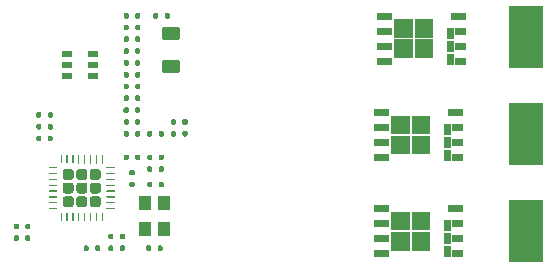
<source format=gtp>
G04 #@! TF.GenerationSoftware,KiCad,Pcbnew,5.1.6*
G04 #@! TF.CreationDate,2020-08-22T22:11:44-04:00*
G04 #@! TF.ProjectId,bldc-controller,626c6463-2d63-46f6-9e74-726f6c6c6572,rev?*
G04 #@! TF.SameCoordinates,Original*
G04 #@! TF.FileFunction,Paste,Top*
G04 #@! TF.FilePolarity,Positive*
%FSLAX46Y46*%
G04 Gerber Fmt 4.6, Leading zero omitted, Abs format (unit mm)*
G04 Created by KiCad (PCBNEW 5.1.6) date 2020-08-22 22:11:44*
%MOMM*%
%LPD*%
G01*
G04 APERTURE LIST*
%ADD10C,0.100000*%
%ADD11R,2.847600X5.247600*%
%ADD12R,0.907600X0.497600*%
%ADD13R,0.997600X1.247600*%
G04 APERTURE END LIST*
D10*
G36*
X64386000Y-122105000D02*
G01*
X65586000Y-122105000D01*
X65586000Y-121605000D01*
X64386000Y-121605000D01*
X64386000Y-122105000D01*
G37*
X64386000Y-122105000D02*
X65586000Y-122105000D01*
X65586000Y-121605000D01*
X64386000Y-121605000D01*
X64386000Y-122105000D01*
G36*
X64386000Y-120835000D02*
G01*
X65586000Y-120835000D01*
X65586000Y-120335000D01*
X64386000Y-120335000D01*
X64386000Y-120835000D01*
G37*
X64386000Y-120835000D02*
X65586000Y-120835000D01*
X65586000Y-120335000D01*
X64386000Y-120335000D01*
X64386000Y-120835000D01*
G36*
X64386000Y-119565000D02*
G01*
X65586000Y-119565000D01*
X65586000Y-119065000D01*
X64386000Y-119065000D01*
X64386000Y-119565000D01*
G37*
X64386000Y-119565000D02*
X65586000Y-119565000D01*
X65586000Y-119065000D01*
X64386000Y-119065000D01*
X64386000Y-119565000D01*
G36*
X64386000Y-118295000D02*
G01*
X65586000Y-118295000D01*
X65586000Y-117795000D01*
X64386000Y-117795000D01*
X64386000Y-118295000D01*
G37*
X64386000Y-118295000D02*
X65586000Y-118295000D01*
X65586000Y-117795000D01*
X64386000Y-117795000D01*
X64386000Y-118295000D01*
G36*
X70626000Y-118295000D02*
G01*
X71826000Y-118295000D01*
X71826000Y-117795000D01*
X70626000Y-117795000D01*
X70626000Y-118295000D01*
G37*
X70626000Y-118295000D02*
X71826000Y-118295000D01*
X71826000Y-117795000D01*
X70626000Y-117795000D01*
X70626000Y-118295000D01*
G36*
X70356000Y-121015000D02*
G01*
X70856000Y-121015000D01*
X70856000Y-120165000D01*
X70356000Y-120165000D01*
X70356000Y-121015000D01*
G37*
X70356000Y-121015000D02*
X70856000Y-121015000D01*
X70856000Y-120165000D01*
X70356000Y-120165000D01*
X70356000Y-121015000D01*
G36*
X70356000Y-119915000D02*
G01*
X70856000Y-119915000D01*
X70856000Y-119065000D01*
X70356000Y-119065000D01*
X70356000Y-119915000D01*
G37*
X70356000Y-119915000D02*
X70856000Y-119915000D01*
X70856000Y-119065000D01*
X70356000Y-119065000D01*
X70356000Y-119915000D01*
G36*
X70356000Y-122115000D02*
G01*
X70856000Y-122115000D01*
X70856000Y-121265000D01*
X70356000Y-121265000D01*
X70356000Y-122115000D01*
G37*
X70356000Y-122115000D02*
X70856000Y-122115000D01*
X70856000Y-121265000D01*
X70356000Y-121265000D01*
X70356000Y-122115000D01*
G36*
X70976000Y-119565000D02*
G01*
X71826000Y-119565000D01*
X71826000Y-119065000D01*
X70976000Y-119065000D01*
X70976000Y-119565000D01*
G37*
X70976000Y-119565000D02*
X71826000Y-119565000D01*
X71826000Y-119065000D01*
X70976000Y-119065000D01*
X70976000Y-119565000D01*
G36*
X70976000Y-120835000D02*
G01*
X71826000Y-120835000D01*
X71826000Y-120335000D01*
X70976000Y-120335000D01*
X70976000Y-120835000D01*
G37*
X70976000Y-120835000D02*
X71826000Y-120835000D01*
X71826000Y-120335000D01*
X70976000Y-120335000D01*
X70976000Y-120835000D01*
G36*
X70976000Y-122105000D02*
G01*
X71826000Y-122105000D01*
X71826000Y-121605000D01*
X70976000Y-121605000D01*
X70976000Y-122105000D01*
G37*
X70976000Y-122105000D02*
X71826000Y-122105000D01*
X71826000Y-121605000D01*
X70976000Y-121605000D01*
X70976000Y-122105000D01*
G36*
X67566000Y-119850000D02*
G01*
X69066000Y-119850000D01*
X69066000Y-118350000D01*
X67566000Y-118350000D01*
X67566000Y-119850000D01*
G37*
X67566000Y-119850000D02*
X69066000Y-119850000D01*
X69066000Y-118350000D01*
X67566000Y-118350000D01*
X67566000Y-119850000D01*
G36*
X67566000Y-121550000D02*
G01*
X69066000Y-121550000D01*
X69066000Y-120050000D01*
X67566000Y-120050000D01*
X67566000Y-121550000D01*
G37*
X67566000Y-121550000D02*
X69066000Y-121550000D01*
X69066000Y-120050000D01*
X67566000Y-120050000D01*
X67566000Y-121550000D01*
G36*
X65866000Y-121550000D02*
G01*
X67366000Y-121550000D01*
X67366000Y-120050000D01*
X65866000Y-120050000D01*
X65866000Y-121550000D01*
G37*
X65866000Y-121550000D02*
X67366000Y-121550000D01*
X67366000Y-120050000D01*
X65866000Y-120050000D01*
X65866000Y-121550000D01*
G36*
X65866000Y-119850000D02*
G01*
X67366000Y-119850000D01*
X67366000Y-118350000D01*
X65866000Y-118350000D01*
X65866000Y-119850000D01*
G37*
X65866000Y-119850000D02*
X67366000Y-119850000D01*
X67366000Y-118350000D01*
X65866000Y-118350000D01*
X65866000Y-119850000D01*
G36*
X64386000Y-113967000D02*
G01*
X65586000Y-113967000D01*
X65586000Y-113467000D01*
X64386000Y-113467000D01*
X64386000Y-113967000D01*
G37*
X64386000Y-113967000D02*
X65586000Y-113967000D01*
X65586000Y-113467000D01*
X64386000Y-113467000D01*
X64386000Y-113967000D01*
G36*
X64386000Y-112697000D02*
G01*
X65586000Y-112697000D01*
X65586000Y-112197000D01*
X64386000Y-112197000D01*
X64386000Y-112697000D01*
G37*
X64386000Y-112697000D02*
X65586000Y-112697000D01*
X65586000Y-112197000D01*
X64386000Y-112197000D01*
X64386000Y-112697000D01*
G36*
X64386000Y-111427000D02*
G01*
X65586000Y-111427000D01*
X65586000Y-110927000D01*
X64386000Y-110927000D01*
X64386000Y-111427000D01*
G37*
X64386000Y-111427000D02*
X65586000Y-111427000D01*
X65586000Y-110927000D01*
X64386000Y-110927000D01*
X64386000Y-111427000D01*
G36*
X64386000Y-110157000D02*
G01*
X65586000Y-110157000D01*
X65586000Y-109657000D01*
X64386000Y-109657000D01*
X64386000Y-110157000D01*
G37*
X64386000Y-110157000D02*
X65586000Y-110157000D01*
X65586000Y-109657000D01*
X64386000Y-109657000D01*
X64386000Y-110157000D01*
G36*
X70626000Y-110157000D02*
G01*
X71826000Y-110157000D01*
X71826000Y-109657000D01*
X70626000Y-109657000D01*
X70626000Y-110157000D01*
G37*
X70626000Y-110157000D02*
X71826000Y-110157000D01*
X71826000Y-109657000D01*
X70626000Y-109657000D01*
X70626000Y-110157000D01*
G36*
X70356000Y-112877000D02*
G01*
X70856000Y-112877000D01*
X70856000Y-112027000D01*
X70356000Y-112027000D01*
X70356000Y-112877000D01*
G37*
X70356000Y-112877000D02*
X70856000Y-112877000D01*
X70856000Y-112027000D01*
X70356000Y-112027000D01*
X70356000Y-112877000D01*
G36*
X70356000Y-111777000D02*
G01*
X70856000Y-111777000D01*
X70856000Y-110927000D01*
X70356000Y-110927000D01*
X70356000Y-111777000D01*
G37*
X70356000Y-111777000D02*
X70856000Y-111777000D01*
X70856000Y-110927000D01*
X70356000Y-110927000D01*
X70356000Y-111777000D01*
G36*
X70356000Y-113977000D02*
G01*
X70856000Y-113977000D01*
X70856000Y-113127000D01*
X70356000Y-113127000D01*
X70356000Y-113977000D01*
G37*
X70356000Y-113977000D02*
X70856000Y-113977000D01*
X70856000Y-113127000D01*
X70356000Y-113127000D01*
X70356000Y-113977000D01*
G36*
X70976000Y-111427000D02*
G01*
X71826000Y-111427000D01*
X71826000Y-110927000D01*
X70976000Y-110927000D01*
X70976000Y-111427000D01*
G37*
X70976000Y-111427000D02*
X71826000Y-111427000D01*
X71826000Y-110927000D01*
X70976000Y-110927000D01*
X70976000Y-111427000D01*
G36*
X70976000Y-112697000D02*
G01*
X71826000Y-112697000D01*
X71826000Y-112197000D01*
X70976000Y-112197000D01*
X70976000Y-112697000D01*
G37*
X70976000Y-112697000D02*
X71826000Y-112697000D01*
X71826000Y-112197000D01*
X70976000Y-112197000D01*
X70976000Y-112697000D01*
G36*
X70976000Y-113967000D02*
G01*
X71826000Y-113967000D01*
X71826000Y-113467000D01*
X70976000Y-113467000D01*
X70976000Y-113967000D01*
G37*
X70976000Y-113967000D02*
X71826000Y-113967000D01*
X71826000Y-113467000D01*
X70976000Y-113467000D01*
X70976000Y-113967000D01*
G36*
X67566000Y-111712000D02*
G01*
X69066000Y-111712000D01*
X69066000Y-110212000D01*
X67566000Y-110212000D01*
X67566000Y-111712000D01*
G37*
X67566000Y-111712000D02*
X69066000Y-111712000D01*
X69066000Y-110212000D01*
X67566000Y-110212000D01*
X67566000Y-111712000D01*
G36*
X67566000Y-113412000D02*
G01*
X69066000Y-113412000D01*
X69066000Y-111912000D01*
X67566000Y-111912000D01*
X67566000Y-113412000D01*
G37*
X67566000Y-113412000D02*
X69066000Y-113412000D01*
X69066000Y-111912000D01*
X67566000Y-111912000D01*
X67566000Y-113412000D01*
G36*
X65866000Y-113412000D02*
G01*
X67366000Y-113412000D01*
X67366000Y-111912000D01*
X65866000Y-111912000D01*
X65866000Y-113412000D01*
G37*
X65866000Y-113412000D02*
X67366000Y-113412000D01*
X67366000Y-111912000D01*
X65866000Y-111912000D01*
X65866000Y-113412000D01*
G36*
X65866000Y-111712000D02*
G01*
X67366000Y-111712000D01*
X67366000Y-110212000D01*
X65866000Y-110212000D01*
X65866000Y-111712000D01*
G37*
X65866000Y-111712000D02*
X67366000Y-111712000D01*
X67366000Y-110212000D01*
X65866000Y-110212000D01*
X65866000Y-111712000D01*
G36*
X64640000Y-105805000D02*
G01*
X65840000Y-105805000D01*
X65840000Y-105305000D01*
X64640000Y-105305000D01*
X64640000Y-105805000D01*
G37*
X64640000Y-105805000D02*
X65840000Y-105805000D01*
X65840000Y-105305000D01*
X64640000Y-105305000D01*
X64640000Y-105805000D01*
G36*
X64640000Y-104535000D02*
G01*
X65840000Y-104535000D01*
X65840000Y-104035000D01*
X64640000Y-104035000D01*
X64640000Y-104535000D01*
G37*
X64640000Y-104535000D02*
X65840000Y-104535000D01*
X65840000Y-104035000D01*
X64640000Y-104035000D01*
X64640000Y-104535000D01*
G36*
X64640000Y-103265000D02*
G01*
X65840000Y-103265000D01*
X65840000Y-102765000D01*
X64640000Y-102765000D01*
X64640000Y-103265000D01*
G37*
X64640000Y-103265000D02*
X65840000Y-103265000D01*
X65840000Y-102765000D01*
X64640000Y-102765000D01*
X64640000Y-103265000D01*
G36*
X64640000Y-101995000D02*
G01*
X65840000Y-101995000D01*
X65840000Y-101495000D01*
X64640000Y-101495000D01*
X64640000Y-101995000D01*
G37*
X64640000Y-101995000D02*
X65840000Y-101995000D01*
X65840000Y-101495000D01*
X64640000Y-101495000D01*
X64640000Y-101995000D01*
G36*
X70880000Y-101995000D02*
G01*
X72080000Y-101995000D01*
X72080000Y-101495000D01*
X70880000Y-101495000D01*
X70880000Y-101995000D01*
G37*
X70880000Y-101995000D02*
X72080000Y-101995000D01*
X72080000Y-101495000D01*
X70880000Y-101495000D01*
X70880000Y-101995000D01*
G36*
X70610000Y-104715000D02*
G01*
X71110000Y-104715000D01*
X71110000Y-103865000D01*
X70610000Y-103865000D01*
X70610000Y-104715000D01*
G37*
X70610000Y-104715000D02*
X71110000Y-104715000D01*
X71110000Y-103865000D01*
X70610000Y-103865000D01*
X70610000Y-104715000D01*
G36*
X70610000Y-103615000D02*
G01*
X71110000Y-103615000D01*
X71110000Y-102765000D01*
X70610000Y-102765000D01*
X70610000Y-103615000D01*
G37*
X70610000Y-103615000D02*
X71110000Y-103615000D01*
X71110000Y-102765000D01*
X70610000Y-102765000D01*
X70610000Y-103615000D01*
G36*
X70610000Y-105815000D02*
G01*
X71110000Y-105815000D01*
X71110000Y-104965000D01*
X70610000Y-104965000D01*
X70610000Y-105815000D01*
G37*
X70610000Y-105815000D02*
X71110000Y-105815000D01*
X71110000Y-104965000D01*
X70610000Y-104965000D01*
X70610000Y-105815000D01*
G36*
X71230000Y-103265000D02*
G01*
X72080000Y-103265000D01*
X72080000Y-102765000D01*
X71230000Y-102765000D01*
X71230000Y-103265000D01*
G37*
X71230000Y-103265000D02*
X72080000Y-103265000D01*
X72080000Y-102765000D01*
X71230000Y-102765000D01*
X71230000Y-103265000D01*
G36*
X71230000Y-104535000D02*
G01*
X72080000Y-104535000D01*
X72080000Y-104035000D01*
X71230000Y-104035000D01*
X71230000Y-104535000D01*
G37*
X71230000Y-104535000D02*
X72080000Y-104535000D01*
X72080000Y-104035000D01*
X71230000Y-104035000D01*
X71230000Y-104535000D01*
G36*
X71230000Y-105805000D02*
G01*
X72080000Y-105805000D01*
X72080000Y-105305000D01*
X71230000Y-105305000D01*
X71230000Y-105805000D01*
G37*
X71230000Y-105805000D02*
X72080000Y-105805000D01*
X72080000Y-105305000D01*
X71230000Y-105305000D01*
X71230000Y-105805000D01*
G36*
X67820000Y-103550000D02*
G01*
X69320000Y-103550000D01*
X69320000Y-102050000D01*
X67820000Y-102050000D01*
X67820000Y-103550000D01*
G37*
X67820000Y-103550000D02*
X69320000Y-103550000D01*
X69320000Y-102050000D01*
X67820000Y-102050000D01*
X67820000Y-103550000D01*
G36*
X67820000Y-105250000D02*
G01*
X69320000Y-105250000D01*
X69320000Y-103750000D01*
X67820000Y-103750000D01*
X67820000Y-105250000D01*
G37*
X67820000Y-105250000D02*
X69320000Y-105250000D01*
X69320000Y-103750000D01*
X67820000Y-103750000D01*
X67820000Y-105250000D01*
G36*
X66120000Y-105250000D02*
G01*
X67620000Y-105250000D01*
X67620000Y-103750000D01*
X66120000Y-103750000D01*
X66120000Y-105250000D01*
G37*
X66120000Y-105250000D02*
X67620000Y-105250000D01*
X67620000Y-103750000D01*
X66120000Y-103750000D01*
X66120000Y-105250000D01*
G36*
X66120000Y-103550000D02*
G01*
X67620000Y-103550000D01*
X67620000Y-102050000D01*
X66120000Y-102050000D01*
X66120000Y-103550000D01*
G37*
X66120000Y-103550000D02*
X67620000Y-103550000D01*
X67620000Y-102050000D01*
X66120000Y-102050000D01*
X66120000Y-103550000D01*
G36*
G01*
X34333800Y-120465600D02*
X34333800Y-120734400D01*
G75*
G02*
X34224400Y-120843800I-109400J0D01*
G01*
X34005600Y-120843800D01*
G75*
G02*
X33896200Y-120734400I0J109400D01*
G01*
X33896200Y-120465600D01*
G75*
G02*
X34005600Y-120356200I109400J0D01*
G01*
X34224400Y-120356200D01*
G75*
G02*
X34333800Y-120465600I0J-109400D01*
G01*
G37*
G36*
G01*
X35303800Y-120465600D02*
X35303800Y-120734400D01*
G75*
G02*
X35194400Y-120843800I-109400J0D01*
G01*
X34975600Y-120843800D01*
G75*
G02*
X34866200Y-120734400I0J109400D01*
G01*
X34866200Y-120465600D01*
G75*
G02*
X34975600Y-120356200I109400J0D01*
G01*
X35194400Y-120356200D01*
G75*
G02*
X35303800Y-120465600I0J-109400D01*
G01*
G37*
G36*
G01*
X34333800Y-119465600D02*
X34333800Y-119734400D01*
G75*
G02*
X34224400Y-119843800I-109400J0D01*
G01*
X34005600Y-119843800D01*
G75*
G02*
X33896200Y-119734400I0J109400D01*
G01*
X33896200Y-119465600D01*
G75*
G02*
X34005600Y-119356200I109400J0D01*
G01*
X34224400Y-119356200D01*
G75*
G02*
X34333800Y-119465600I0J-109400D01*
G01*
G37*
G36*
G01*
X35303800Y-119465600D02*
X35303800Y-119734400D01*
G75*
G02*
X35194400Y-119843800I-109400J0D01*
G01*
X34975600Y-119843800D01*
G75*
G02*
X34866200Y-119734400I0J109400D01*
G01*
X34866200Y-119465600D01*
G75*
G02*
X34975600Y-119356200I109400J0D01*
G01*
X35194400Y-119356200D01*
G75*
G02*
X35303800Y-119465600I0J-109400D01*
G01*
G37*
D11*
X77250000Y-119950000D03*
X77250000Y-103550000D03*
X77250000Y-111750000D03*
G36*
G01*
X47633800Y-110615600D02*
X47633800Y-110884400D01*
G75*
G02*
X47524400Y-110993800I-109400J0D01*
G01*
X47305600Y-110993800D01*
G75*
G02*
X47196200Y-110884400I0J109400D01*
G01*
X47196200Y-110615600D01*
G75*
G02*
X47305600Y-110506200I109400J0D01*
G01*
X47524400Y-110506200D01*
G75*
G02*
X47633800Y-110615600I0J-109400D01*
G01*
G37*
G36*
G01*
X48603800Y-110615600D02*
X48603800Y-110884400D01*
G75*
G02*
X48494400Y-110993800I-109400J0D01*
G01*
X48275600Y-110993800D01*
G75*
G02*
X48166200Y-110884400I0J109400D01*
G01*
X48166200Y-110615600D01*
G75*
G02*
X48275600Y-110506200I109400J0D01*
G01*
X48494400Y-110506200D01*
G75*
G02*
X48603800Y-110615600I0J-109400D01*
G01*
G37*
D12*
X40600000Y-105950000D03*
X40600000Y-105000000D03*
X40600000Y-106900000D03*
X38400000Y-106900000D03*
X38400000Y-105950000D03*
X38400000Y-105000000D03*
G36*
G01*
X44166200Y-105884400D02*
X44166200Y-105615600D01*
G75*
G02*
X44275600Y-105506200I109400J0D01*
G01*
X44494400Y-105506200D01*
G75*
G02*
X44603800Y-105615600I0J-109400D01*
G01*
X44603800Y-105884400D01*
G75*
G02*
X44494400Y-105993800I-109400J0D01*
G01*
X44275600Y-105993800D01*
G75*
G02*
X44166200Y-105884400I0J109400D01*
G01*
G37*
G36*
G01*
X43196200Y-105884400D02*
X43196200Y-105615600D01*
G75*
G02*
X43305600Y-105506200I109400J0D01*
G01*
X43524400Y-105506200D01*
G75*
G02*
X43633800Y-105615600I0J-109400D01*
G01*
X43633800Y-105884400D01*
G75*
G02*
X43524400Y-105993800I-109400J0D01*
G01*
X43305600Y-105993800D01*
G75*
G02*
X43196200Y-105884400I0J109400D01*
G01*
G37*
G36*
G01*
X43633800Y-104615600D02*
X43633800Y-104884400D01*
G75*
G02*
X43524400Y-104993800I-109400J0D01*
G01*
X43305600Y-104993800D01*
G75*
G02*
X43196200Y-104884400I0J109400D01*
G01*
X43196200Y-104615600D01*
G75*
G02*
X43305600Y-104506200I109400J0D01*
G01*
X43524400Y-104506200D01*
G75*
G02*
X43633800Y-104615600I0J-109400D01*
G01*
G37*
G36*
G01*
X44603800Y-104615600D02*
X44603800Y-104884400D01*
G75*
G02*
X44494400Y-104993800I-109400J0D01*
G01*
X44275600Y-104993800D01*
G75*
G02*
X44166200Y-104884400I0J109400D01*
G01*
X44166200Y-104615600D01*
G75*
G02*
X44275600Y-104506200I109400J0D01*
G01*
X44494400Y-104506200D01*
G75*
G02*
X44603800Y-104615600I0J-109400D01*
G01*
G37*
G36*
G01*
X44166200Y-108884400D02*
X44166200Y-108615600D01*
G75*
G02*
X44275600Y-108506200I109400J0D01*
G01*
X44494400Y-108506200D01*
G75*
G02*
X44603800Y-108615600I0J-109400D01*
G01*
X44603800Y-108884400D01*
G75*
G02*
X44494400Y-108993800I-109400J0D01*
G01*
X44275600Y-108993800D01*
G75*
G02*
X44166200Y-108884400I0J109400D01*
G01*
G37*
G36*
G01*
X43196200Y-108884400D02*
X43196200Y-108615600D01*
G75*
G02*
X43305600Y-108506200I109400J0D01*
G01*
X43524400Y-108506200D01*
G75*
G02*
X43633800Y-108615600I0J-109400D01*
G01*
X43633800Y-108884400D01*
G75*
G02*
X43524400Y-108993800I-109400J0D01*
G01*
X43305600Y-108993800D01*
G75*
G02*
X43196200Y-108884400I0J109400D01*
G01*
G37*
G36*
G01*
X43633800Y-107615600D02*
X43633800Y-107884400D01*
G75*
G02*
X43524400Y-107993800I-109400J0D01*
G01*
X43305600Y-107993800D01*
G75*
G02*
X43196200Y-107884400I0J109400D01*
G01*
X43196200Y-107615600D01*
G75*
G02*
X43305600Y-107506200I109400J0D01*
G01*
X43524400Y-107506200D01*
G75*
G02*
X43633800Y-107615600I0J-109400D01*
G01*
G37*
G36*
G01*
X44603800Y-107615600D02*
X44603800Y-107884400D01*
G75*
G02*
X44494400Y-107993800I-109400J0D01*
G01*
X44275600Y-107993800D01*
G75*
G02*
X44166200Y-107884400I0J109400D01*
G01*
X44166200Y-107615600D01*
G75*
G02*
X44275600Y-107506200I109400J0D01*
G01*
X44494400Y-107506200D01*
G75*
G02*
X44603800Y-107615600I0J-109400D01*
G01*
G37*
G36*
G01*
X44166200Y-102884400D02*
X44166200Y-102615600D01*
G75*
G02*
X44275600Y-102506200I109400J0D01*
G01*
X44494400Y-102506200D01*
G75*
G02*
X44603800Y-102615600I0J-109400D01*
G01*
X44603800Y-102884400D01*
G75*
G02*
X44494400Y-102993800I-109400J0D01*
G01*
X44275600Y-102993800D01*
G75*
G02*
X44166200Y-102884400I0J109400D01*
G01*
G37*
G36*
G01*
X43196200Y-102884400D02*
X43196200Y-102615600D01*
G75*
G02*
X43305600Y-102506200I109400J0D01*
G01*
X43524400Y-102506200D01*
G75*
G02*
X43633800Y-102615600I0J-109400D01*
G01*
X43633800Y-102884400D01*
G75*
G02*
X43524400Y-102993800I-109400J0D01*
G01*
X43305600Y-102993800D01*
G75*
G02*
X43196200Y-102884400I0J109400D01*
G01*
G37*
G36*
G01*
X43633800Y-101615600D02*
X43633800Y-101884400D01*
G75*
G02*
X43524400Y-101993800I-109400J0D01*
G01*
X43305600Y-101993800D01*
G75*
G02*
X43196200Y-101884400I0J109400D01*
G01*
X43196200Y-101615600D01*
G75*
G02*
X43305600Y-101506200I109400J0D01*
G01*
X43524400Y-101506200D01*
G75*
G02*
X43633800Y-101615600I0J-109400D01*
G01*
G37*
G36*
G01*
X44603800Y-101615600D02*
X44603800Y-101884400D01*
G75*
G02*
X44494400Y-101993800I-109400J0D01*
G01*
X44275600Y-101993800D01*
G75*
G02*
X44166200Y-101884400I0J109400D01*
G01*
X44166200Y-101615600D01*
G75*
G02*
X44275600Y-101506200I109400J0D01*
G01*
X44494400Y-101506200D01*
G75*
G02*
X44603800Y-101615600I0J-109400D01*
G01*
G37*
G36*
G01*
X43633800Y-113615600D02*
X43633800Y-113884400D01*
G75*
G02*
X43524400Y-113993800I-109400J0D01*
G01*
X43305600Y-113993800D01*
G75*
G02*
X43196200Y-113884400I0J109400D01*
G01*
X43196200Y-113615600D01*
G75*
G02*
X43305600Y-113506200I109400J0D01*
G01*
X43524400Y-113506200D01*
G75*
G02*
X43633800Y-113615600I0J-109400D01*
G01*
G37*
G36*
G01*
X44603800Y-113615600D02*
X44603800Y-113884400D01*
G75*
G02*
X44494400Y-113993800I-109400J0D01*
G01*
X44275600Y-113993800D01*
G75*
G02*
X44166200Y-113884400I0J109400D01*
G01*
X44166200Y-113615600D01*
G75*
G02*
X44275600Y-113506200I109400J0D01*
G01*
X44494400Y-113506200D01*
G75*
G02*
X44603800Y-113615600I0J-109400D01*
G01*
G37*
G36*
G01*
X40766200Y-121584400D02*
X40766200Y-121315600D01*
G75*
G02*
X40875600Y-121206200I109400J0D01*
G01*
X41094400Y-121206200D01*
G75*
G02*
X41203800Y-121315600I0J-109400D01*
G01*
X41203800Y-121584400D01*
G75*
G02*
X41094400Y-121693800I-109400J0D01*
G01*
X40875600Y-121693800D01*
G75*
G02*
X40766200Y-121584400I0J109400D01*
G01*
G37*
G36*
G01*
X39796200Y-121584400D02*
X39796200Y-121315600D01*
G75*
G02*
X39905600Y-121206200I109400J0D01*
G01*
X40124400Y-121206200D01*
G75*
G02*
X40233800Y-121315600I0J-109400D01*
G01*
X40233800Y-121584400D01*
G75*
G02*
X40124400Y-121693800I-109400J0D01*
G01*
X39905600Y-121693800D01*
G75*
G02*
X39796200Y-121584400I0J109400D01*
G01*
G37*
G36*
G01*
X45633800Y-113615600D02*
X45633800Y-113884400D01*
G75*
G02*
X45524400Y-113993800I-109400J0D01*
G01*
X45305600Y-113993800D01*
G75*
G02*
X45196200Y-113884400I0J109400D01*
G01*
X45196200Y-113615600D01*
G75*
G02*
X45305600Y-113506200I109400J0D01*
G01*
X45524400Y-113506200D01*
G75*
G02*
X45633800Y-113615600I0J-109400D01*
G01*
G37*
G36*
G01*
X46603800Y-113615600D02*
X46603800Y-113884400D01*
G75*
G02*
X46494400Y-113993800I-109400J0D01*
G01*
X46275600Y-113993800D01*
G75*
G02*
X46166200Y-113884400I0J109400D01*
G01*
X46166200Y-113615600D01*
G75*
G02*
X46275600Y-113506200I109400J0D01*
G01*
X46494400Y-113506200D01*
G75*
G02*
X46603800Y-113615600I0J-109400D01*
G01*
G37*
G36*
G01*
X46620720Y-105501200D02*
X47779280Y-105501200D01*
G75*
G02*
X47998800Y-105720720I0J-219520D01*
G01*
X47998800Y-106379280D01*
G75*
G02*
X47779280Y-106598800I-219520J0D01*
G01*
X46620720Y-106598800D01*
G75*
G02*
X46401200Y-106379280I0J219520D01*
G01*
X46401200Y-105720720D01*
G75*
G02*
X46620720Y-105501200I219520J0D01*
G01*
G37*
G36*
G01*
X46620720Y-102701200D02*
X47779280Y-102701200D01*
G75*
G02*
X47998800Y-102920720I0J-219520D01*
G01*
X47998800Y-103579280D01*
G75*
G02*
X47779280Y-103798800I-219520J0D01*
G01*
X46620720Y-103798800D01*
G75*
G02*
X46401200Y-103579280I0J219520D01*
G01*
X46401200Y-102920720D01*
G75*
G02*
X46620720Y-102701200I219520J0D01*
G01*
G37*
G36*
G01*
X46133800Y-101615600D02*
X46133800Y-101884400D01*
G75*
G02*
X46024400Y-101993800I-109400J0D01*
G01*
X45805600Y-101993800D01*
G75*
G02*
X45696200Y-101884400I0J109400D01*
G01*
X45696200Y-101615600D01*
G75*
G02*
X45805600Y-101506200I109400J0D01*
G01*
X46024400Y-101506200D01*
G75*
G02*
X46133800Y-101615600I0J-109400D01*
G01*
G37*
G36*
G01*
X47103800Y-101615600D02*
X47103800Y-101884400D01*
G75*
G02*
X46994400Y-101993800I-109400J0D01*
G01*
X46775600Y-101993800D01*
G75*
G02*
X46666200Y-101884400I0J109400D01*
G01*
X46666200Y-101615600D01*
G75*
G02*
X46775600Y-101506200I109400J0D01*
G01*
X46994400Y-101506200D01*
G75*
G02*
X47103800Y-101615600I0J-109400D01*
G01*
G37*
G36*
G01*
X44166200Y-106884400D02*
X44166200Y-106615600D01*
G75*
G02*
X44275600Y-106506200I109400J0D01*
G01*
X44494400Y-106506200D01*
G75*
G02*
X44603800Y-106615600I0J-109400D01*
G01*
X44603800Y-106884400D01*
G75*
G02*
X44494400Y-106993800I-109400J0D01*
G01*
X44275600Y-106993800D01*
G75*
G02*
X44166200Y-106884400I0J109400D01*
G01*
G37*
G36*
G01*
X43196200Y-106884400D02*
X43196200Y-106615600D01*
G75*
G02*
X43305600Y-106506200I109400J0D01*
G01*
X43524400Y-106506200D01*
G75*
G02*
X43633800Y-106615600I0J-109400D01*
G01*
X43633800Y-106884400D01*
G75*
G02*
X43524400Y-106993800I-109400J0D01*
G01*
X43305600Y-106993800D01*
G75*
G02*
X43196200Y-106884400I0J109400D01*
G01*
G37*
G36*
G01*
X44151200Y-109884400D02*
X44151200Y-109615600D01*
G75*
G02*
X44260600Y-109506200I109400J0D01*
G01*
X44479400Y-109506200D01*
G75*
G02*
X44588800Y-109615600I0J-109400D01*
G01*
X44588800Y-109884400D01*
G75*
G02*
X44479400Y-109993800I-109400J0D01*
G01*
X44260600Y-109993800D01*
G75*
G02*
X44151200Y-109884400I0J109400D01*
G01*
G37*
G36*
G01*
X43181200Y-109884400D02*
X43181200Y-109615600D01*
G75*
G02*
X43290600Y-109506200I109400J0D01*
G01*
X43509400Y-109506200D01*
G75*
G02*
X43618800Y-109615600I0J-109400D01*
G01*
X43618800Y-109884400D01*
G75*
G02*
X43509400Y-109993800I-109400J0D01*
G01*
X43290600Y-109993800D01*
G75*
G02*
X43181200Y-109884400I0J109400D01*
G01*
G37*
G36*
G01*
X44166200Y-103884400D02*
X44166200Y-103615600D01*
G75*
G02*
X44275600Y-103506200I109400J0D01*
G01*
X44494400Y-103506200D01*
G75*
G02*
X44603800Y-103615600I0J-109400D01*
G01*
X44603800Y-103884400D01*
G75*
G02*
X44494400Y-103993800I-109400J0D01*
G01*
X44275600Y-103993800D01*
G75*
G02*
X44166200Y-103884400I0J109400D01*
G01*
G37*
G36*
G01*
X43196200Y-103884400D02*
X43196200Y-103615600D01*
G75*
G02*
X43305600Y-103506200I109400J0D01*
G01*
X43524400Y-103506200D01*
G75*
G02*
X43633800Y-103615600I0J-109400D01*
G01*
X43633800Y-103884400D01*
G75*
G02*
X43524400Y-103993800I-109400J0D01*
G01*
X43305600Y-103993800D01*
G75*
G02*
X43196200Y-103884400I0J109400D01*
G01*
G37*
G36*
G01*
X36766200Y-111284400D02*
X36766200Y-111015600D01*
G75*
G02*
X36875600Y-110906200I109400J0D01*
G01*
X37094400Y-110906200D01*
G75*
G02*
X37203800Y-111015600I0J-109400D01*
G01*
X37203800Y-111284400D01*
G75*
G02*
X37094400Y-111393800I-109400J0D01*
G01*
X36875600Y-111393800D01*
G75*
G02*
X36766200Y-111284400I0J109400D01*
G01*
G37*
G36*
G01*
X35796200Y-111284400D02*
X35796200Y-111015600D01*
G75*
G02*
X35905600Y-110906200I109400J0D01*
G01*
X36124400Y-110906200D01*
G75*
G02*
X36233800Y-111015600I0J-109400D01*
G01*
X36233800Y-111284400D01*
G75*
G02*
X36124400Y-111393800I-109400J0D01*
G01*
X35905600Y-111393800D01*
G75*
G02*
X35796200Y-111284400I0J109400D01*
G01*
G37*
G36*
G01*
X42333800Y-120315600D02*
X42333800Y-120584400D01*
G75*
G02*
X42224400Y-120693800I-109400J0D01*
G01*
X42005600Y-120693800D01*
G75*
G02*
X41896200Y-120584400I0J109400D01*
G01*
X41896200Y-120315600D01*
G75*
G02*
X42005600Y-120206200I109400J0D01*
G01*
X42224400Y-120206200D01*
G75*
G02*
X42333800Y-120315600I0J-109400D01*
G01*
G37*
G36*
G01*
X43303800Y-120315600D02*
X43303800Y-120584400D01*
G75*
G02*
X43194400Y-120693800I-109400J0D01*
G01*
X42975600Y-120693800D01*
G75*
G02*
X42866200Y-120584400I0J109400D01*
G01*
X42866200Y-120315600D01*
G75*
G02*
X42975600Y-120206200I109400J0D01*
G01*
X43194400Y-120206200D01*
G75*
G02*
X43303800Y-120315600I0J-109400D01*
G01*
G37*
G36*
G01*
X36766200Y-110284400D02*
X36766200Y-110015600D01*
G75*
G02*
X36875600Y-109906200I109400J0D01*
G01*
X37094400Y-109906200D01*
G75*
G02*
X37203800Y-110015600I0J-109400D01*
G01*
X37203800Y-110284400D01*
G75*
G02*
X37094400Y-110393800I-109400J0D01*
G01*
X36875600Y-110393800D01*
G75*
G02*
X36766200Y-110284400I0J109400D01*
G01*
G37*
G36*
G01*
X35796200Y-110284400D02*
X35796200Y-110015600D01*
G75*
G02*
X35905600Y-109906200I109400J0D01*
G01*
X36124400Y-109906200D01*
G75*
G02*
X36233800Y-110015600I0J-109400D01*
G01*
X36233800Y-110284400D01*
G75*
G02*
X36124400Y-110393800I-109400J0D01*
G01*
X35905600Y-110393800D01*
G75*
G02*
X35796200Y-110284400I0J109400D01*
G01*
G37*
G36*
G01*
X36766200Y-112284400D02*
X36766200Y-112015600D01*
G75*
G02*
X36875600Y-111906200I109400J0D01*
G01*
X37094400Y-111906200D01*
G75*
G02*
X37203800Y-112015600I0J-109400D01*
G01*
X37203800Y-112284400D01*
G75*
G02*
X37094400Y-112393800I-109400J0D01*
G01*
X36875600Y-112393800D01*
G75*
G02*
X36766200Y-112284400I0J109400D01*
G01*
G37*
G36*
G01*
X35796200Y-112284400D02*
X35796200Y-112015600D01*
G75*
G02*
X35905600Y-111906200I109400J0D01*
G01*
X36124400Y-111906200D01*
G75*
G02*
X36233800Y-112015600I0J-109400D01*
G01*
X36233800Y-112284400D01*
G75*
G02*
X36124400Y-112393800I-109400J0D01*
G01*
X35905600Y-112393800D01*
G75*
G02*
X35796200Y-112284400I0J109400D01*
G01*
G37*
G36*
G01*
X46166200Y-114884400D02*
X46166200Y-114615600D01*
G75*
G02*
X46275600Y-114506200I109400J0D01*
G01*
X46494400Y-114506200D01*
G75*
G02*
X46603800Y-114615600I0J-109400D01*
G01*
X46603800Y-114884400D01*
G75*
G02*
X46494400Y-114993800I-109400J0D01*
G01*
X46275600Y-114993800D01*
G75*
G02*
X46166200Y-114884400I0J109400D01*
G01*
G37*
G36*
G01*
X45196200Y-114884400D02*
X45196200Y-114615600D01*
G75*
G02*
X45305600Y-114506200I109400J0D01*
G01*
X45524400Y-114506200D01*
G75*
G02*
X45633800Y-114615600I0J-109400D01*
G01*
X45633800Y-114884400D01*
G75*
G02*
X45524400Y-114993800I-109400J0D01*
G01*
X45305600Y-114993800D01*
G75*
G02*
X45196200Y-114884400I0J109400D01*
G01*
G37*
G36*
G01*
X42333800Y-121315600D02*
X42333800Y-121584400D01*
G75*
G02*
X42224400Y-121693800I-109400J0D01*
G01*
X42005600Y-121693800D01*
G75*
G02*
X41896200Y-121584400I0J109400D01*
G01*
X41896200Y-121315600D01*
G75*
G02*
X42005600Y-121206200I109400J0D01*
G01*
X42224400Y-121206200D01*
G75*
G02*
X42333800Y-121315600I0J-109400D01*
G01*
G37*
G36*
G01*
X43303800Y-121315600D02*
X43303800Y-121584400D01*
G75*
G02*
X43194400Y-121693800I-109400J0D01*
G01*
X42975600Y-121693800D01*
G75*
G02*
X42866200Y-121584400I0J109400D01*
G01*
X42866200Y-121315600D01*
G75*
G02*
X42975600Y-121206200I109400J0D01*
G01*
X43194400Y-121206200D01*
G75*
G02*
X43303800Y-121315600I0J-109400D01*
G01*
G37*
G36*
G01*
X46166200Y-116184400D02*
X46166200Y-115915600D01*
G75*
G02*
X46275600Y-115806200I109400J0D01*
G01*
X46494400Y-115806200D01*
G75*
G02*
X46603800Y-115915600I0J-109400D01*
G01*
X46603800Y-116184400D01*
G75*
G02*
X46494400Y-116293800I-109400J0D01*
G01*
X46275600Y-116293800D01*
G75*
G02*
X46166200Y-116184400I0J109400D01*
G01*
G37*
G36*
G01*
X45196200Y-116184400D02*
X45196200Y-115915600D01*
G75*
G02*
X45305600Y-115806200I109400J0D01*
G01*
X45524400Y-115806200D01*
G75*
G02*
X45633800Y-115915600I0J-109400D01*
G01*
X45633800Y-116184400D01*
G75*
G02*
X45524400Y-116293800I-109400J0D01*
G01*
X45305600Y-116293800D01*
G75*
G02*
X45196200Y-116184400I0J109400D01*
G01*
G37*
G36*
G01*
X45533800Y-121315600D02*
X45533800Y-121584400D01*
G75*
G02*
X45424400Y-121693800I-109400J0D01*
G01*
X45205600Y-121693800D01*
G75*
G02*
X45096200Y-121584400I0J109400D01*
G01*
X45096200Y-121315600D01*
G75*
G02*
X45205600Y-121206200I109400J0D01*
G01*
X45424400Y-121206200D01*
G75*
G02*
X45533800Y-121315600I0J-109400D01*
G01*
G37*
G36*
G01*
X46503800Y-121315600D02*
X46503800Y-121584400D01*
G75*
G02*
X46394400Y-121693800I-109400J0D01*
G01*
X46175600Y-121693800D01*
G75*
G02*
X46066200Y-121584400I0J109400D01*
G01*
X46066200Y-121315600D01*
G75*
G02*
X46175600Y-121206200I109400J0D01*
G01*
X46394400Y-121206200D01*
G75*
G02*
X46503800Y-121315600I0J-109400D01*
G01*
G37*
D13*
X45000000Y-119850000D03*
X45000000Y-117650000D03*
X46600000Y-117650000D03*
X46600000Y-119850000D03*
G36*
G01*
X38965000Y-114967500D02*
X38965000Y-115432500D01*
G75*
G02*
X38732500Y-115665000I-232500J0D01*
G01*
X38267500Y-115665000D01*
G75*
G02*
X38035000Y-115432500I0J232500D01*
G01*
X38035000Y-114967500D01*
G75*
G02*
X38267500Y-114735000I232500J0D01*
G01*
X38732500Y-114735000D01*
G75*
G02*
X38965000Y-114967500I0J-232500D01*
G01*
G37*
G36*
G01*
X38965000Y-116117500D02*
X38965000Y-116582500D01*
G75*
G02*
X38732500Y-116815000I-232500J0D01*
G01*
X38267500Y-116815000D01*
G75*
G02*
X38035000Y-116582500I0J232500D01*
G01*
X38035000Y-116117500D01*
G75*
G02*
X38267500Y-115885000I232500J0D01*
G01*
X38732500Y-115885000D01*
G75*
G02*
X38965000Y-116117500I0J-232500D01*
G01*
G37*
G36*
G01*
X38965000Y-117267500D02*
X38965000Y-117732500D01*
G75*
G02*
X38732500Y-117965000I-232500J0D01*
G01*
X38267500Y-117965000D01*
G75*
G02*
X38035000Y-117732500I0J232500D01*
G01*
X38035000Y-117267500D01*
G75*
G02*
X38267500Y-117035000I232500J0D01*
G01*
X38732500Y-117035000D01*
G75*
G02*
X38965000Y-117267500I0J-232500D01*
G01*
G37*
G36*
G01*
X40115000Y-114967500D02*
X40115000Y-115432500D01*
G75*
G02*
X39882500Y-115665000I-232500J0D01*
G01*
X39417500Y-115665000D01*
G75*
G02*
X39185000Y-115432500I0J232500D01*
G01*
X39185000Y-114967500D01*
G75*
G02*
X39417500Y-114735000I232500J0D01*
G01*
X39882500Y-114735000D01*
G75*
G02*
X40115000Y-114967500I0J-232500D01*
G01*
G37*
G36*
G01*
X40115000Y-116117500D02*
X40115000Y-116582500D01*
G75*
G02*
X39882500Y-116815000I-232500J0D01*
G01*
X39417500Y-116815000D01*
G75*
G02*
X39185000Y-116582500I0J232500D01*
G01*
X39185000Y-116117500D01*
G75*
G02*
X39417500Y-115885000I232500J0D01*
G01*
X39882500Y-115885000D01*
G75*
G02*
X40115000Y-116117500I0J-232500D01*
G01*
G37*
G36*
G01*
X40115000Y-117267500D02*
X40115000Y-117732500D01*
G75*
G02*
X39882500Y-117965000I-232500J0D01*
G01*
X39417500Y-117965000D01*
G75*
G02*
X39185000Y-117732500I0J232500D01*
G01*
X39185000Y-117267500D01*
G75*
G02*
X39417500Y-117035000I232500J0D01*
G01*
X39882500Y-117035000D01*
G75*
G02*
X40115000Y-117267500I0J-232500D01*
G01*
G37*
G36*
G01*
X41265000Y-114967500D02*
X41265000Y-115432500D01*
G75*
G02*
X41032500Y-115665000I-232500J0D01*
G01*
X40567500Y-115665000D01*
G75*
G02*
X40335000Y-115432500I0J232500D01*
G01*
X40335000Y-114967500D01*
G75*
G02*
X40567500Y-114735000I232500J0D01*
G01*
X41032500Y-114735000D01*
G75*
G02*
X41265000Y-114967500I0J-232500D01*
G01*
G37*
G36*
G01*
X41265000Y-116117500D02*
X41265000Y-116582500D01*
G75*
G02*
X41032500Y-116815000I-232500J0D01*
G01*
X40567500Y-116815000D01*
G75*
G02*
X40335000Y-116582500I0J232500D01*
G01*
X40335000Y-116117500D01*
G75*
G02*
X40567500Y-115885000I232500J0D01*
G01*
X41032500Y-115885000D01*
G75*
G02*
X41265000Y-116117500I0J-232500D01*
G01*
G37*
G36*
G01*
X41265000Y-117267500D02*
X41265000Y-117732500D01*
G75*
G02*
X41032500Y-117965000I-232500J0D01*
G01*
X40567500Y-117965000D01*
G75*
G02*
X40335000Y-117732500I0J232500D01*
G01*
X40335000Y-117267500D01*
G75*
G02*
X40567500Y-117035000I232500J0D01*
G01*
X41032500Y-117035000D01*
G75*
G02*
X41265000Y-117267500I0J-232500D01*
G01*
G37*
G36*
G01*
X41448800Y-118450600D02*
X41448800Y-119124400D01*
G75*
G02*
X41424400Y-119148800I-24400J0D01*
G01*
X41375600Y-119148800D01*
G75*
G02*
X41351200Y-119124400I0J24400D01*
G01*
X41351200Y-118450600D01*
G75*
G02*
X41375600Y-118426200I24400J0D01*
G01*
X41424400Y-118426200D01*
G75*
G02*
X41448800Y-118450600I0J-24400D01*
G01*
G37*
G36*
G01*
X40948800Y-118450600D02*
X40948800Y-119124400D01*
G75*
G02*
X40924400Y-119148800I-24400J0D01*
G01*
X40875600Y-119148800D01*
G75*
G02*
X40851200Y-119124400I0J24400D01*
G01*
X40851200Y-118450600D01*
G75*
G02*
X40875600Y-118426200I24400J0D01*
G01*
X40924400Y-118426200D01*
G75*
G02*
X40948800Y-118450600I0J-24400D01*
G01*
G37*
G36*
G01*
X40448800Y-118450600D02*
X40448800Y-119124400D01*
G75*
G02*
X40424400Y-119148800I-24400J0D01*
G01*
X40375600Y-119148800D01*
G75*
G02*
X40351200Y-119124400I0J24400D01*
G01*
X40351200Y-118450600D01*
G75*
G02*
X40375600Y-118426200I24400J0D01*
G01*
X40424400Y-118426200D01*
G75*
G02*
X40448800Y-118450600I0J-24400D01*
G01*
G37*
G36*
G01*
X39948800Y-118450600D02*
X39948800Y-119124400D01*
G75*
G02*
X39924400Y-119148800I-24400J0D01*
G01*
X39875600Y-119148800D01*
G75*
G02*
X39851200Y-119124400I0J24400D01*
G01*
X39851200Y-118450600D01*
G75*
G02*
X39875600Y-118426200I24400J0D01*
G01*
X39924400Y-118426200D01*
G75*
G02*
X39948800Y-118450600I0J-24400D01*
G01*
G37*
G36*
G01*
X39448800Y-118450600D02*
X39448800Y-119124400D01*
G75*
G02*
X39424400Y-119148800I-24400J0D01*
G01*
X39375600Y-119148800D01*
G75*
G02*
X39351200Y-119124400I0J24400D01*
G01*
X39351200Y-118450600D01*
G75*
G02*
X39375600Y-118426200I24400J0D01*
G01*
X39424400Y-118426200D01*
G75*
G02*
X39448800Y-118450600I0J-24400D01*
G01*
G37*
G36*
G01*
X38948800Y-118450600D02*
X38948800Y-119124400D01*
G75*
G02*
X38924400Y-119148800I-24400J0D01*
G01*
X38875600Y-119148800D01*
G75*
G02*
X38851200Y-119124400I0J24400D01*
G01*
X38851200Y-118450600D01*
G75*
G02*
X38875600Y-118426200I24400J0D01*
G01*
X38924400Y-118426200D01*
G75*
G02*
X38948800Y-118450600I0J-24400D01*
G01*
G37*
G36*
G01*
X38448800Y-118450600D02*
X38448800Y-119124400D01*
G75*
G02*
X38424400Y-119148800I-24400J0D01*
G01*
X38375600Y-119148800D01*
G75*
G02*
X38351200Y-119124400I0J24400D01*
G01*
X38351200Y-118450600D01*
G75*
G02*
X38375600Y-118426200I24400J0D01*
G01*
X38424400Y-118426200D01*
G75*
G02*
X38448800Y-118450600I0J-24400D01*
G01*
G37*
G36*
G01*
X37948800Y-118450600D02*
X37948800Y-119124400D01*
G75*
G02*
X37924400Y-119148800I-24400J0D01*
G01*
X37875600Y-119148800D01*
G75*
G02*
X37851200Y-119124400I0J24400D01*
G01*
X37851200Y-118450600D01*
G75*
G02*
X37875600Y-118426200I24400J0D01*
G01*
X37924400Y-118426200D01*
G75*
G02*
X37948800Y-118450600I0J-24400D01*
G01*
G37*
G36*
G01*
X37573800Y-118075600D02*
X37573800Y-118124400D01*
G75*
G02*
X37549400Y-118148800I-24400J0D01*
G01*
X36875600Y-118148800D01*
G75*
G02*
X36851200Y-118124400I0J24400D01*
G01*
X36851200Y-118075600D01*
G75*
G02*
X36875600Y-118051200I24400J0D01*
G01*
X37549400Y-118051200D01*
G75*
G02*
X37573800Y-118075600I0J-24400D01*
G01*
G37*
G36*
G01*
X37573800Y-117575600D02*
X37573800Y-117624400D01*
G75*
G02*
X37549400Y-117648800I-24400J0D01*
G01*
X36875600Y-117648800D01*
G75*
G02*
X36851200Y-117624400I0J24400D01*
G01*
X36851200Y-117575600D01*
G75*
G02*
X36875600Y-117551200I24400J0D01*
G01*
X37549400Y-117551200D01*
G75*
G02*
X37573800Y-117575600I0J-24400D01*
G01*
G37*
G36*
G01*
X37573800Y-117075600D02*
X37573800Y-117124400D01*
G75*
G02*
X37549400Y-117148800I-24400J0D01*
G01*
X36875600Y-117148800D01*
G75*
G02*
X36851200Y-117124400I0J24400D01*
G01*
X36851200Y-117075600D01*
G75*
G02*
X36875600Y-117051200I24400J0D01*
G01*
X37549400Y-117051200D01*
G75*
G02*
X37573800Y-117075600I0J-24400D01*
G01*
G37*
G36*
G01*
X37573800Y-116575600D02*
X37573800Y-116624400D01*
G75*
G02*
X37549400Y-116648800I-24400J0D01*
G01*
X36875600Y-116648800D01*
G75*
G02*
X36851200Y-116624400I0J24400D01*
G01*
X36851200Y-116575600D01*
G75*
G02*
X36875600Y-116551200I24400J0D01*
G01*
X37549400Y-116551200D01*
G75*
G02*
X37573800Y-116575600I0J-24400D01*
G01*
G37*
G36*
G01*
X37573800Y-116075600D02*
X37573800Y-116124400D01*
G75*
G02*
X37549400Y-116148800I-24400J0D01*
G01*
X36875600Y-116148800D01*
G75*
G02*
X36851200Y-116124400I0J24400D01*
G01*
X36851200Y-116075600D01*
G75*
G02*
X36875600Y-116051200I24400J0D01*
G01*
X37549400Y-116051200D01*
G75*
G02*
X37573800Y-116075600I0J-24400D01*
G01*
G37*
G36*
G01*
X37573800Y-115575600D02*
X37573800Y-115624400D01*
G75*
G02*
X37549400Y-115648800I-24400J0D01*
G01*
X36875600Y-115648800D01*
G75*
G02*
X36851200Y-115624400I0J24400D01*
G01*
X36851200Y-115575600D01*
G75*
G02*
X36875600Y-115551200I24400J0D01*
G01*
X37549400Y-115551200D01*
G75*
G02*
X37573800Y-115575600I0J-24400D01*
G01*
G37*
G36*
G01*
X37573800Y-115075600D02*
X37573800Y-115124400D01*
G75*
G02*
X37549400Y-115148800I-24400J0D01*
G01*
X36875600Y-115148800D01*
G75*
G02*
X36851200Y-115124400I0J24400D01*
G01*
X36851200Y-115075600D01*
G75*
G02*
X36875600Y-115051200I24400J0D01*
G01*
X37549400Y-115051200D01*
G75*
G02*
X37573800Y-115075600I0J-24400D01*
G01*
G37*
G36*
G01*
X37573800Y-114575600D02*
X37573800Y-114624400D01*
G75*
G02*
X37549400Y-114648800I-24400J0D01*
G01*
X36875600Y-114648800D01*
G75*
G02*
X36851200Y-114624400I0J24400D01*
G01*
X36851200Y-114575600D01*
G75*
G02*
X36875600Y-114551200I24400J0D01*
G01*
X37549400Y-114551200D01*
G75*
G02*
X37573800Y-114575600I0J-24400D01*
G01*
G37*
G36*
G01*
X37948800Y-113575600D02*
X37948800Y-114249400D01*
G75*
G02*
X37924400Y-114273800I-24400J0D01*
G01*
X37875600Y-114273800D01*
G75*
G02*
X37851200Y-114249400I0J24400D01*
G01*
X37851200Y-113575600D01*
G75*
G02*
X37875600Y-113551200I24400J0D01*
G01*
X37924400Y-113551200D01*
G75*
G02*
X37948800Y-113575600I0J-24400D01*
G01*
G37*
G36*
G01*
X38448800Y-113575600D02*
X38448800Y-114249400D01*
G75*
G02*
X38424400Y-114273800I-24400J0D01*
G01*
X38375600Y-114273800D01*
G75*
G02*
X38351200Y-114249400I0J24400D01*
G01*
X38351200Y-113575600D01*
G75*
G02*
X38375600Y-113551200I24400J0D01*
G01*
X38424400Y-113551200D01*
G75*
G02*
X38448800Y-113575600I0J-24400D01*
G01*
G37*
G36*
G01*
X38948800Y-113575600D02*
X38948800Y-114249400D01*
G75*
G02*
X38924400Y-114273800I-24400J0D01*
G01*
X38875600Y-114273800D01*
G75*
G02*
X38851200Y-114249400I0J24400D01*
G01*
X38851200Y-113575600D01*
G75*
G02*
X38875600Y-113551200I24400J0D01*
G01*
X38924400Y-113551200D01*
G75*
G02*
X38948800Y-113575600I0J-24400D01*
G01*
G37*
G36*
G01*
X39448800Y-113575600D02*
X39448800Y-114249400D01*
G75*
G02*
X39424400Y-114273800I-24400J0D01*
G01*
X39375600Y-114273800D01*
G75*
G02*
X39351200Y-114249400I0J24400D01*
G01*
X39351200Y-113575600D01*
G75*
G02*
X39375600Y-113551200I24400J0D01*
G01*
X39424400Y-113551200D01*
G75*
G02*
X39448800Y-113575600I0J-24400D01*
G01*
G37*
G36*
G01*
X39948800Y-113575600D02*
X39948800Y-114249400D01*
G75*
G02*
X39924400Y-114273800I-24400J0D01*
G01*
X39875600Y-114273800D01*
G75*
G02*
X39851200Y-114249400I0J24400D01*
G01*
X39851200Y-113575600D01*
G75*
G02*
X39875600Y-113551200I24400J0D01*
G01*
X39924400Y-113551200D01*
G75*
G02*
X39948800Y-113575600I0J-24400D01*
G01*
G37*
G36*
G01*
X40448800Y-113575600D02*
X40448800Y-114249400D01*
G75*
G02*
X40424400Y-114273800I-24400J0D01*
G01*
X40375600Y-114273800D01*
G75*
G02*
X40351200Y-114249400I0J24400D01*
G01*
X40351200Y-113575600D01*
G75*
G02*
X40375600Y-113551200I24400J0D01*
G01*
X40424400Y-113551200D01*
G75*
G02*
X40448800Y-113575600I0J-24400D01*
G01*
G37*
G36*
G01*
X40948800Y-113575600D02*
X40948800Y-114249400D01*
G75*
G02*
X40924400Y-114273800I-24400J0D01*
G01*
X40875600Y-114273800D01*
G75*
G02*
X40851200Y-114249400I0J24400D01*
G01*
X40851200Y-113575600D01*
G75*
G02*
X40875600Y-113551200I24400J0D01*
G01*
X40924400Y-113551200D01*
G75*
G02*
X40948800Y-113575600I0J-24400D01*
G01*
G37*
G36*
G01*
X41448800Y-113575600D02*
X41448800Y-114249400D01*
G75*
G02*
X41424400Y-114273800I-24400J0D01*
G01*
X41375600Y-114273800D01*
G75*
G02*
X41351200Y-114249400I0J24400D01*
G01*
X41351200Y-113575600D01*
G75*
G02*
X41375600Y-113551200I24400J0D01*
G01*
X41424400Y-113551200D01*
G75*
G02*
X41448800Y-113575600I0J-24400D01*
G01*
G37*
G36*
G01*
X42448800Y-114575600D02*
X42448800Y-114624400D01*
G75*
G02*
X42424400Y-114648800I-24400J0D01*
G01*
X41750600Y-114648800D01*
G75*
G02*
X41726200Y-114624400I0J24400D01*
G01*
X41726200Y-114575600D01*
G75*
G02*
X41750600Y-114551200I24400J0D01*
G01*
X42424400Y-114551200D01*
G75*
G02*
X42448800Y-114575600I0J-24400D01*
G01*
G37*
G36*
G01*
X42448800Y-115075600D02*
X42448800Y-115124400D01*
G75*
G02*
X42424400Y-115148800I-24400J0D01*
G01*
X41750600Y-115148800D01*
G75*
G02*
X41726200Y-115124400I0J24400D01*
G01*
X41726200Y-115075600D01*
G75*
G02*
X41750600Y-115051200I24400J0D01*
G01*
X42424400Y-115051200D01*
G75*
G02*
X42448800Y-115075600I0J-24400D01*
G01*
G37*
G36*
G01*
X42448800Y-115575600D02*
X42448800Y-115624400D01*
G75*
G02*
X42424400Y-115648800I-24400J0D01*
G01*
X41750600Y-115648800D01*
G75*
G02*
X41726200Y-115624400I0J24400D01*
G01*
X41726200Y-115575600D01*
G75*
G02*
X41750600Y-115551200I24400J0D01*
G01*
X42424400Y-115551200D01*
G75*
G02*
X42448800Y-115575600I0J-24400D01*
G01*
G37*
G36*
G01*
X42448800Y-116075600D02*
X42448800Y-116124400D01*
G75*
G02*
X42424400Y-116148800I-24400J0D01*
G01*
X41750600Y-116148800D01*
G75*
G02*
X41726200Y-116124400I0J24400D01*
G01*
X41726200Y-116075600D01*
G75*
G02*
X41750600Y-116051200I24400J0D01*
G01*
X42424400Y-116051200D01*
G75*
G02*
X42448800Y-116075600I0J-24400D01*
G01*
G37*
G36*
G01*
X42448800Y-116575600D02*
X42448800Y-116624400D01*
G75*
G02*
X42424400Y-116648800I-24400J0D01*
G01*
X41750600Y-116648800D01*
G75*
G02*
X41726200Y-116624400I0J24400D01*
G01*
X41726200Y-116575600D01*
G75*
G02*
X41750600Y-116551200I24400J0D01*
G01*
X42424400Y-116551200D01*
G75*
G02*
X42448800Y-116575600I0J-24400D01*
G01*
G37*
G36*
G01*
X42448800Y-117075600D02*
X42448800Y-117124400D01*
G75*
G02*
X42424400Y-117148800I-24400J0D01*
G01*
X41750600Y-117148800D01*
G75*
G02*
X41726200Y-117124400I0J24400D01*
G01*
X41726200Y-117075600D01*
G75*
G02*
X41750600Y-117051200I24400J0D01*
G01*
X42424400Y-117051200D01*
G75*
G02*
X42448800Y-117075600I0J-24400D01*
G01*
G37*
G36*
G01*
X42448800Y-117575600D02*
X42448800Y-117624400D01*
G75*
G02*
X42424400Y-117648800I-24400J0D01*
G01*
X41750600Y-117648800D01*
G75*
G02*
X41726200Y-117624400I0J24400D01*
G01*
X41726200Y-117575600D01*
G75*
G02*
X41750600Y-117551200I24400J0D01*
G01*
X42424400Y-117551200D01*
G75*
G02*
X42448800Y-117575600I0J-24400D01*
G01*
G37*
G36*
G01*
X42448800Y-118075600D02*
X42448800Y-118124400D01*
G75*
G02*
X42424400Y-118148800I-24400J0D01*
G01*
X41750600Y-118148800D01*
G75*
G02*
X41726200Y-118124400I0J24400D01*
G01*
X41726200Y-118075600D01*
G75*
G02*
X41750600Y-118051200I24400J0D01*
G01*
X42424400Y-118051200D01*
G75*
G02*
X42448800Y-118075600I0J-24400D01*
G01*
G37*
G36*
G01*
X46166200Y-111884400D02*
X46166200Y-111615600D01*
G75*
G02*
X46275600Y-111506200I109400J0D01*
G01*
X46494400Y-111506200D01*
G75*
G02*
X46603800Y-111615600I0J-109400D01*
G01*
X46603800Y-111884400D01*
G75*
G02*
X46494400Y-111993800I-109400J0D01*
G01*
X46275600Y-111993800D01*
G75*
G02*
X46166200Y-111884400I0J109400D01*
G01*
G37*
G36*
G01*
X45196200Y-111884400D02*
X45196200Y-111615600D01*
G75*
G02*
X45305600Y-111506200I109400J0D01*
G01*
X45524400Y-111506200D01*
G75*
G02*
X45633800Y-111615600I0J-109400D01*
G01*
X45633800Y-111884400D01*
G75*
G02*
X45524400Y-111993800I-109400J0D01*
G01*
X45305600Y-111993800D01*
G75*
G02*
X45196200Y-111884400I0J109400D01*
G01*
G37*
G36*
G01*
X48166200Y-111884400D02*
X48166200Y-111615600D01*
G75*
G02*
X48275600Y-111506200I109400J0D01*
G01*
X48494400Y-111506200D01*
G75*
G02*
X48603800Y-111615600I0J-109400D01*
G01*
X48603800Y-111884400D01*
G75*
G02*
X48494400Y-111993800I-109400J0D01*
G01*
X48275600Y-111993800D01*
G75*
G02*
X48166200Y-111884400I0J109400D01*
G01*
G37*
G36*
G01*
X47196200Y-111884400D02*
X47196200Y-111615600D01*
G75*
G02*
X47305600Y-111506200I109400J0D01*
G01*
X47524400Y-111506200D01*
G75*
G02*
X47633800Y-111615600I0J-109400D01*
G01*
X47633800Y-111884400D01*
G75*
G02*
X47524400Y-111993800I-109400J0D01*
G01*
X47305600Y-111993800D01*
G75*
G02*
X47196200Y-111884400I0J109400D01*
G01*
G37*
G36*
G01*
X44166200Y-111884400D02*
X44166200Y-111615600D01*
G75*
G02*
X44275600Y-111506200I109400J0D01*
G01*
X44494400Y-111506200D01*
G75*
G02*
X44603800Y-111615600I0J-109400D01*
G01*
X44603800Y-111884400D01*
G75*
G02*
X44494400Y-111993800I-109400J0D01*
G01*
X44275600Y-111993800D01*
G75*
G02*
X44166200Y-111884400I0J109400D01*
G01*
G37*
G36*
G01*
X43196200Y-111884400D02*
X43196200Y-111615600D01*
G75*
G02*
X43305600Y-111506200I109400J0D01*
G01*
X43524400Y-111506200D01*
G75*
G02*
X43633800Y-111615600I0J-109400D01*
G01*
X43633800Y-111884400D01*
G75*
G02*
X43524400Y-111993800I-109400J0D01*
G01*
X43305600Y-111993800D01*
G75*
G02*
X43196200Y-111884400I0J109400D01*
G01*
G37*
G36*
G01*
X44166200Y-110884400D02*
X44166200Y-110615600D01*
G75*
G02*
X44275600Y-110506200I109400J0D01*
G01*
X44494400Y-110506200D01*
G75*
G02*
X44603800Y-110615600I0J-109400D01*
G01*
X44603800Y-110884400D01*
G75*
G02*
X44494400Y-110993800I-109400J0D01*
G01*
X44275600Y-110993800D01*
G75*
G02*
X44166200Y-110884400I0J109400D01*
G01*
G37*
G36*
G01*
X43196200Y-110884400D02*
X43196200Y-110615600D01*
G75*
G02*
X43305600Y-110506200I109400J0D01*
G01*
X43524400Y-110506200D01*
G75*
G02*
X43633800Y-110615600I0J-109400D01*
G01*
X43633800Y-110884400D01*
G75*
G02*
X43524400Y-110993800I-109400J0D01*
G01*
X43305600Y-110993800D01*
G75*
G02*
X43196200Y-110884400I0J109400D01*
G01*
G37*
G36*
G01*
X44034400Y-115283800D02*
X43765600Y-115283800D01*
G75*
G02*
X43656200Y-115174400I0J109400D01*
G01*
X43656200Y-114955600D01*
G75*
G02*
X43765600Y-114846200I109400J0D01*
G01*
X44034400Y-114846200D01*
G75*
G02*
X44143800Y-114955600I0J-109400D01*
G01*
X44143800Y-115174400D01*
G75*
G02*
X44034400Y-115283800I-109400J0D01*
G01*
G37*
G36*
G01*
X44034400Y-116253800D02*
X43765600Y-116253800D01*
G75*
G02*
X43656200Y-116144400I0J109400D01*
G01*
X43656200Y-115925600D01*
G75*
G02*
X43765600Y-115816200I109400J0D01*
G01*
X44034400Y-115816200D01*
G75*
G02*
X44143800Y-115925600I0J-109400D01*
G01*
X44143800Y-116144400D01*
G75*
G02*
X44034400Y-116253800I-109400J0D01*
G01*
G37*
M02*

</source>
